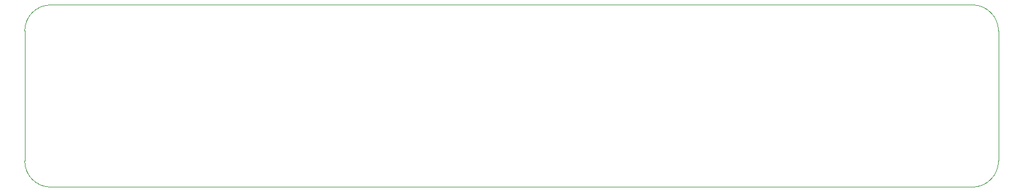
<source format=gbr>
%TF.GenerationSoftware,KiCad,Pcbnew,(5.1.9)-1*%
%TF.CreationDate,2021-05-15T10:40:31-04:00*%
%TF.ProjectId,LowerBar,4c6f7765-7242-4617-922e-6b696361645f,rev?*%
%TF.SameCoordinates,Original*%
%TF.FileFunction,Profile,NP*%
%FSLAX46Y46*%
G04 Gerber Fmt 4.6, Leading zero omitted, Abs format (unit mm)*
G04 Created by KiCad (PCBNEW (5.1.9)-1) date 2021-05-15 10:40:31*
%MOMM*%
%LPD*%
G01*
G04 APERTURE LIST*
%TA.AperFunction,Profile*%
%ADD10C,0.100000*%
%TD*%
G04 APERTURE END LIST*
D10*
X116840000Y-80010000D02*
G75*
G02*
X113030000Y-76200000I0J3810000D01*
G01*
X113030000Y-57150000D02*
G75*
G02*
X116840000Y-53340000I3810000J0D01*
G01*
X251460000Y-53340000D02*
G75*
G02*
X255270000Y-57150000I0J-3810000D01*
G01*
X255270000Y-76200000D02*
G75*
G02*
X251460000Y-80010000I-3810000J0D01*
G01*
X251460000Y-80010000D02*
X116840000Y-80010000D01*
X255270000Y-57150000D02*
X255270000Y-76200000D01*
X116840000Y-53340000D02*
X251460000Y-53340000D01*
X113030000Y-76200000D02*
X113030000Y-57150000D01*
M02*

</source>
